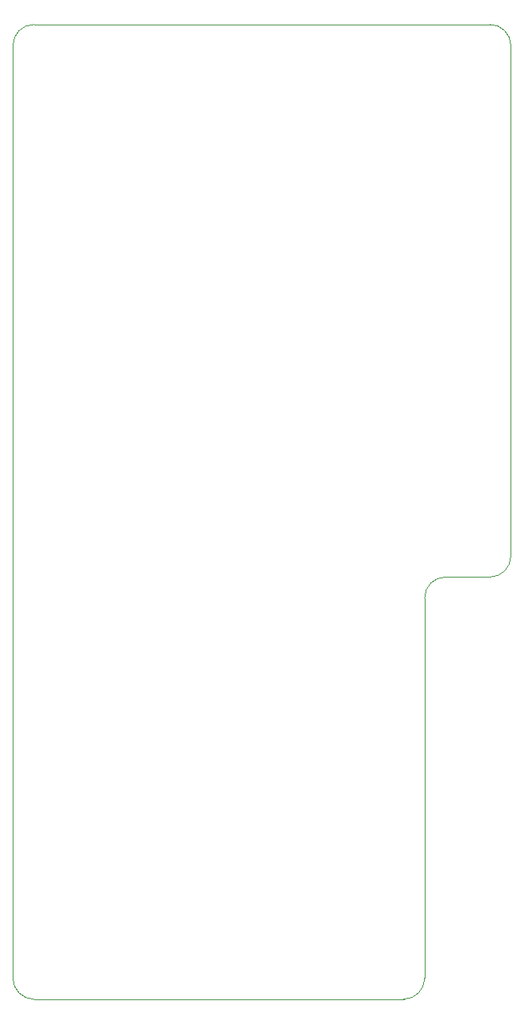
<source format=gbr>
%TF.GenerationSoftware,KiCad,Pcbnew,(6.0.7)*%
%TF.CreationDate,2023-01-05T19:34:40-06:00*%
%TF.ProjectId,OpenRectangle,4f70656e-5265-4637-9461-6e676c652e6b,rev?*%
%TF.SameCoordinates,Original*%
%TF.FileFunction,Profile,NP*%
%FSLAX46Y46*%
G04 Gerber Fmt 4.6, Leading zero omitted, Abs format (unit mm)*
G04 Created by KiCad (PCBNEW (6.0.7)) date 2023-01-05 19:34:40*
%MOMM*%
%LPD*%
G01*
G04 APERTURE LIST*
%TA.AperFunction,Profile*%
%ADD10C,0.100000*%
%TD*%
G04 APERTURE END LIST*
D10*
X208106476Y-27196202D02*
G75*
G03*
X205879911Y-24966822I-2226776J2602D01*
G01*
X208106073Y-81620245D02*
X208106455Y-27196202D01*
X198913178Y-126609911D02*
X198913178Y-86100000D01*
X205879911Y-24966822D02*
X157240089Y-24966822D01*
X155009911Y-126609911D02*
X155010000Y-27196911D01*
X196683089Y-128839978D02*
G75*
G03*
X198913178Y-126609911I11J2230078D01*
G01*
X205940000Y-83849989D02*
G75*
G03*
X208106073Y-81620245I-59300J2224589D01*
G01*
X201140000Y-83850000D02*
X205940000Y-83850000D01*
X155009900Y-126609911D02*
G75*
G03*
X157240000Y-128840000I2230100J11D01*
G01*
X157240000Y-128840000D02*
X196683089Y-128840000D01*
X157240089Y-24966800D02*
G75*
G03*
X155010000Y-27196911I11J-2230100D01*
G01*
X201140000Y-83849958D02*
G75*
G03*
X198913178Y-86100000I0J-2226942D01*
G01*
M02*

</source>
